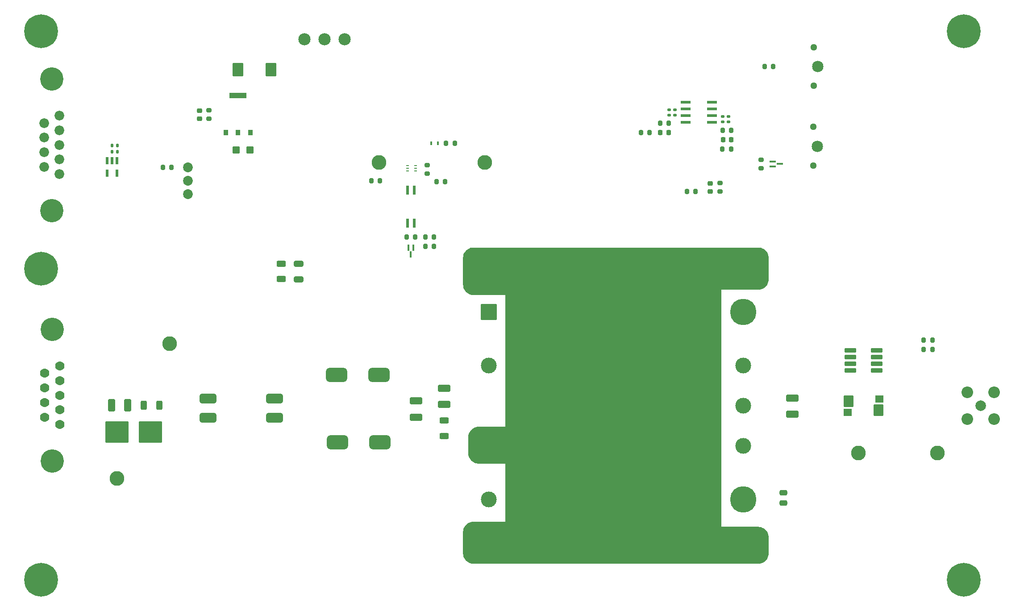
<source format=gbr>
%TF.GenerationSoftware,KiCad,Pcbnew,9.0.3*%
%TF.CreationDate,2025-09-16T13:25:35-04:00*%
%TF.ProjectId,CAEN_NEVIS_DAQ_3p3V,4341454e-5f4e-4455-9649-535f4441515f,rev?*%
%TF.SameCoordinates,Original*%
%TF.FileFunction,Soldermask,Top*%
%TF.FilePolarity,Negative*%
%FSLAX46Y46*%
G04 Gerber Fmt 4.6, Leading zero omitted, Abs format (unit mm)*
G04 Created by KiCad (PCBNEW 9.0.3) date 2025-09-16 13:25:35*
%MOMM*%
%LPD*%
G01*
G04 APERTURE LIST*
G04 Aperture macros list*
%AMRoundRect*
0 Rectangle with rounded corners*
0 $1 Rounding radius*
0 $2 $3 $4 $5 $6 $7 $8 $9 X,Y pos of 4 corners*
0 Add a 4 corners polygon primitive as box body*
4,1,4,$2,$3,$4,$5,$6,$7,$8,$9,$2,$3,0*
0 Add four circle primitives for the rounded corners*
1,1,$1+$1,$2,$3*
1,1,$1+$1,$4,$5*
1,1,$1+$1,$6,$7*
1,1,$1+$1,$8,$9*
0 Add four rect primitives between the rounded corners*
20,1,$1+$1,$2,$3,$4,$5,0*
20,1,$1+$1,$4,$5,$6,$7,0*
20,1,$1+$1,$6,$7,$8,$9,0*
20,1,$1+$1,$8,$9,$2,$3,0*%
G04 Aperture macros list end*
%ADD10R,0.444500X0.711200*%
%ADD11RoundRect,0.250000X-0.925000X0.412500X-0.925000X-0.412500X0.925000X-0.412500X0.925000X0.412500X0*%
%ADD12RoundRect,0.140000X0.140000X0.170000X-0.140000X0.170000X-0.140000X-0.170000X0.140000X-0.170000X0*%
%ADD13RoundRect,0.225000X-0.250000X0.225000X-0.250000X-0.225000X0.250000X-0.225000X0.250000X0.225000X0*%
%ADD14RoundRect,0.200000X0.200000X0.275000X-0.200000X0.275000X-0.200000X-0.275000X0.200000X-0.275000X0*%
%ADD15RoundRect,0.140000X-0.170000X0.140000X-0.170000X-0.140000X0.170000X-0.140000X0.170000X0.140000X0*%
%ADD16RoundRect,0.135000X-0.185000X0.135000X-0.185000X-0.135000X0.185000X-0.135000X0.185000X0.135000X0*%
%ADD17RoundRect,0.250000X0.475000X-0.250000X0.475000X0.250000X-0.475000X0.250000X-0.475000X-0.250000X0*%
%ADD18RoundRect,0.200000X-0.200000X-0.275000X0.200000X-0.275000X0.200000X0.275000X-0.200000X0.275000X0*%
%ADD19RoundRect,0.200000X0.275000X-0.200000X0.275000X0.200000X-0.275000X0.200000X-0.275000X-0.200000X0*%
%ADD20C,2.006600*%
%ADD21C,2.209800*%
%ADD22RoundRect,0.102000X-2.120900X-1.905000X2.120900X-1.905000X2.120900X1.905000X-2.120900X1.905000X0*%
%ADD23RoundRect,0.250000X-0.787500X-1.025000X0.787500X-1.025000X0.787500X1.025000X-0.787500X1.025000X0*%
%ADD24C,6.400000*%
%ADD25RoundRect,0.225000X-0.225000X-0.250000X0.225000X-0.250000X0.225000X0.250000X-0.225000X0.250000X0*%
%ADD26C,2.304000*%
%ADD27C,1.839000*%
%ADD28C,4.420000*%
%ADD29R,0.350800X1.161200*%
%ADD30R,0.889000X1.016000*%
%ADD31R,3.200000X1.000000*%
%ADD32C,2.800000*%
%ADD33RoundRect,0.250000X0.625000X-0.312500X0.625000X0.312500X-0.625000X0.312500X-0.625000X-0.312500X0*%
%ADD34C,1.854000*%
%ADD35R,0.558800X1.651000*%
%ADD36C,1.295400*%
%ADD37C,2.159000*%
%ADD38RoundRect,0.225000X0.225000X0.250000X-0.225000X0.250000X-0.225000X-0.250000X0.225000X-0.250000X0*%
%ADD39RoundRect,0.250000X0.450000X0.425000X-0.450000X0.425000X-0.450000X-0.425000X0.450000X-0.425000X0*%
%ADD40RoundRect,0.250000X-0.625000X0.312500X-0.625000X-0.312500X0.625000X-0.312500X0.625000X0.312500X0*%
%ADD41C,1.764000*%
%ADD42RoundRect,0.250000X0.412500X0.925000X-0.412500X0.925000X-0.412500X-0.925000X0.412500X-0.925000X0*%
%ADD43RoundRect,0.200000X-0.275000X0.200000X-0.275000X-0.200000X0.275000X-0.200000X0.275000X0.200000X0*%
%ADD44RoundRect,0.675000X-1.325000X0.675000X-1.325000X-0.675000X1.325000X-0.675000X1.325000X0.675000X0*%
%ADD45R,1.161200X0.350800*%
%ADD46R,0.558800X1.473200*%
%ADD47RoundRect,0.100500X0.986500X0.301500X-0.986500X0.301500X-0.986500X-0.301500X0.986500X-0.301500X0*%
%ADD48RoundRect,0.102000X-0.695000X-0.570000X0.695000X-0.570000X0.695000X0.570000X-0.695000X0.570000X0*%
%ADD49RoundRect,0.102000X-0.825000X-1.005000X0.825000X-1.005000X0.825000X1.005000X-0.825000X1.005000X0*%
%ADD50RoundRect,0.250000X-0.312500X-0.625000X0.312500X-0.625000X0.312500X0.625000X-0.312500X0.625000X0*%
%ADD51RoundRect,0.475000X1.125000X-0.475000X1.125000X0.475000X-1.125000X0.475000X-1.125000X-0.475000X0*%
%ADD52C,3.500000*%
%ADD53RoundRect,0.102000X-1.400000X-1.400000X1.400000X-1.400000X1.400000X1.400000X-1.400000X1.400000X0*%
%ADD54C,3.004000*%
%ADD55C,5.004000*%
%ADD56R,0.533400X0.254000*%
%ADD57RoundRect,0.250000X-0.650000X0.325000X-0.650000X-0.325000X0.650000X-0.325000X0.650000X0.325000X0*%
%ADD58R,1.981200X0.558800*%
G04 APERTURE END LIST*
D10*
%TO.C,LED1*%
X128986350Y-50235000D03*
X130243650Y-50235000D03*
%TD*%
D11*
%TO.C,C1*%
X131400000Y-96687500D03*
X131400000Y-99762500D03*
%TD*%
D12*
%TO.C,C23*%
X69400000Y-51800000D03*
X68440000Y-51800000D03*
%TD*%
D13*
%TO.C,C15*%
X181910000Y-57815000D03*
X181910000Y-59365000D03*
%TD*%
%TO.C,C16*%
X85045000Y-44013750D03*
X85045000Y-45563750D03*
%TD*%
D14*
%TO.C,R14*%
X193835000Y-35650000D03*
X192185000Y-35650000D03*
%TD*%
%TO.C,R12*%
X179115000Y-59405000D03*
X177465000Y-59405000D03*
%TD*%
D15*
%TO.C,C18*%
X185380000Y-45180000D03*
X185380000Y-46140000D03*
%TD*%
D16*
%TO.C,R21*%
X175230000Y-43870000D03*
X175230000Y-44890000D03*
%TD*%
D17*
%TO.C,C11*%
X195750000Y-118450000D03*
X195750000Y-116550000D03*
%TD*%
D18*
%TO.C,R16*%
X184235000Y-47810000D03*
X185885000Y-47810000D03*
%TD*%
D19*
%TO.C,R20*%
X191550000Y-54985000D03*
X191550000Y-53335000D03*
%TD*%
D20*
%TO.C,J3*%
X233167999Y-100035000D03*
D21*
X235707999Y-97495000D03*
X230627999Y-97495000D03*
X230627999Y-102575000D03*
X235707999Y-102575000D03*
%TD*%
D22*
%TO.C,F1*%
X69332300Y-105045000D03*
X75707700Y-105045000D03*
%TD*%
D23*
%TO.C,C14*%
X92317500Y-36243750D03*
X98542500Y-36243750D03*
%TD*%
D24*
%TO.C,H4*%
X230000000Y-133000000D03*
%TD*%
D25*
%TO.C,C19*%
X184295000Y-49590000D03*
X185845000Y-49590000D03*
%TD*%
D26*
%TO.C,J1*%
X112570000Y-30510000D03*
X108760000Y-30510000D03*
X104950000Y-30510000D03*
%TD*%
D27*
%TO.C,J4*%
X58400000Y-56090000D03*
X58400000Y-53320000D03*
X58400000Y-50550000D03*
X58400000Y-47780000D03*
X58400000Y-45010000D03*
X55560000Y-54705000D03*
X55560000Y-51935000D03*
X55560000Y-49165000D03*
X55560000Y-46395000D03*
D28*
X56980000Y-38050000D03*
X56980000Y-63050000D03*
%TD*%
D12*
%TO.C,C22*%
X69410000Y-50660000D03*
X68450000Y-50660000D03*
%TD*%
D24*
%TO.C,H3*%
X230000000Y-29000000D03*
%TD*%
D29*
%TO.C,M1*%
X125604999Y-70000000D03*
X124605001Y-70000000D03*
X125105000Y-71350000D03*
%TD*%
D30*
%TO.C,U2*%
X90008600Y-48196250D03*
X92320000Y-48196250D03*
X94631400Y-48196250D03*
D31*
X92320000Y-41203750D03*
%TD*%
D14*
%TO.C,R23*%
X170395000Y-48180000D03*
X168745000Y-48180000D03*
%TD*%
%TO.C,R25*%
X79715000Y-54820000D03*
X78065000Y-54820000D03*
%TD*%
%TO.C,R17*%
X185845000Y-51350000D03*
X184195000Y-51350000D03*
%TD*%
D32*
%TO.C,3.3V_RTN1*%
X210000000Y-109000000D03*
%TD*%
D33*
%TO.C,R2*%
X131390000Y-105737500D03*
X131390000Y-102812500D03*
%TD*%
D24*
%TO.C,H1*%
X55000000Y-29000000D03*
%TD*%
%TO.C,H2*%
X55000000Y-133000000D03*
%TD*%
D34*
%TO.C,J5*%
X82850000Y-59910000D03*
X82850000Y-57370000D03*
X82850000Y-54830000D03*
%TD*%
D35*
%TO.C,Q1*%
X125740000Y-59130800D03*
X124470000Y-59130800D03*
X124470000Y-65379200D03*
X125740000Y-65379200D03*
%TD*%
D36*
%TO.C,P1*%
X201490000Y-31990000D03*
X201490000Y-39310000D03*
D37*
X202250000Y-35660000D03*
%TD*%
D18*
%TO.C,R4*%
X127830000Y-69755000D03*
X129480000Y-69755000D03*
%TD*%
D38*
%TO.C,C21*%
X173985000Y-48180000D03*
X172435000Y-48180000D03*
%TD*%
D39*
%TO.C,C13*%
X94625000Y-51528750D03*
X91925000Y-51528750D03*
%TD*%
D40*
%TO.C,R26*%
X100500000Y-73075000D03*
X100500000Y-76000000D03*
%TD*%
D41*
%TO.C,J2*%
X58480000Y-92490000D03*
X58480000Y-95260000D03*
X58480000Y-98030000D03*
X58480000Y-100800000D03*
X58480000Y-103570000D03*
X55640000Y-93875000D03*
X55640000Y-96645000D03*
X55640000Y-99415000D03*
X55640000Y-102185000D03*
D28*
X57060000Y-85530000D03*
X57060000Y-110530000D03*
%TD*%
D32*
%TO.C,TELEM_PWR1*%
X139140000Y-53870000D03*
%TD*%
D15*
%TO.C,C20*%
X174050000Y-43900000D03*
X174050000Y-44860000D03*
%TD*%
D14*
%TO.C,R19*%
X224015000Y-87530000D03*
X222365000Y-87530000D03*
%TD*%
D36*
%TO.C,P2*%
X201450000Y-47120000D03*
X201450000Y-54440000D03*
D37*
X202210000Y-50790000D03*
%TD*%
D42*
%TO.C,C5*%
X71407500Y-99955000D03*
X68332500Y-99955000D03*
%TD*%
D14*
%TO.C,R7*%
X125940000Y-67975000D03*
X124290000Y-67975000D03*
%TD*%
D19*
%TO.C,R9*%
X128163000Y-56018000D03*
X128163000Y-54368000D03*
%TD*%
D43*
%TO.C,R11*%
X183750000Y-57755000D03*
X183750000Y-59405000D03*
%TD*%
D44*
%TO.C,L1*%
X111055000Y-94145000D03*
X119055000Y-94145000D03*
%TD*%
D32*
%TO.C,3.3V1*%
X225000000Y-109000000D03*
%TD*%
D14*
%TO.C,R22*%
X174045000Y-46440000D03*
X172395000Y-46440000D03*
%TD*%
D44*
%TO.C,L3*%
X111205000Y-106955000D03*
X119205000Y-106955000D03*
%TD*%
D32*
%TO.C,Secondary_RTN1*%
X79340000Y-88210000D03*
%TD*%
D45*
%TO.C,M3*%
X193755000Y-53660001D03*
X193755000Y-54659999D03*
X195105000Y-54160000D03*
%TD*%
D46*
%TO.C,U6*%
X69395001Y-53556200D03*
X68445000Y-53556200D03*
X67494999Y-53556200D03*
X67494999Y-55943800D03*
X69395001Y-55943800D03*
%TD*%
D47*
%TO.C,U3*%
X213437500Y-93332500D03*
X213437500Y-92062500D03*
X213437500Y-90792500D03*
X213437500Y-89522500D03*
X208497500Y-89522500D03*
X208497500Y-90792500D03*
X208497500Y-92062500D03*
X208497500Y-93332500D03*
%TD*%
D11*
%TO.C,C3*%
X197485000Y-98577500D03*
X197485000Y-101652500D03*
%TD*%
D14*
%TO.C,R5*%
X133430000Y-50235000D03*
X131780000Y-50235000D03*
%TD*%
D32*
%TO.C,Secondary_PWR1*%
X69340000Y-113850000D03*
%TD*%
D48*
%TO.C,R10*%
X207980000Y-101285000D03*
X213950000Y-98745000D03*
D49*
X208110000Y-99180000D03*
X213820000Y-100850000D03*
%TD*%
D32*
%TO.C,TELEM_RTN1*%
X119060000Y-53890000D03*
%TD*%
D18*
%TO.C,R8*%
X117585000Y-57330000D03*
X119235000Y-57330000D03*
%TD*%
D50*
%TO.C,R1*%
X74437500Y-99955000D03*
X77362500Y-99955000D03*
%TD*%
D11*
%TO.C,C2*%
X126110000Y-99120000D03*
X126110000Y-102195000D03*
%TD*%
D14*
%TO.C,R3*%
X131620000Y-57505000D03*
X129970000Y-57505000D03*
%TD*%
D51*
%TO.C,L2*%
X99230000Y-98625000D03*
X99230000Y-102325000D03*
X86630000Y-102325000D03*
X86630000Y-98625000D03*
%TD*%
D52*
%TO.C,U1*%
X139890000Y-74635000D03*
X139890000Y-125435000D03*
X188140000Y-74635000D03*
X188140000Y-125435000D03*
D53*
X139890000Y-82255000D03*
D54*
X139890000Y-92415000D03*
X139890000Y-107655000D03*
X139890000Y-117815000D03*
D55*
X188140000Y-117815000D03*
D54*
X188140000Y-107655000D03*
X188140000Y-100035000D03*
X188140000Y-92415000D03*
D55*
X188140000Y-82255000D03*
%TD*%
D19*
%TO.C,R13*%
X86805000Y-45613750D03*
X86805000Y-43963750D03*
%TD*%
D56*
%TO.C,M2*%
X126027000Y-55443000D03*
X126027000Y-54935000D03*
X126027000Y-54427000D03*
X124503000Y-54427000D03*
X124503000Y-54935000D03*
X124503000Y-55443000D03*
%TD*%
D24*
%TO.C,H5*%
X55000000Y-74000000D03*
%TD*%
D57*
%TO.C,C24*%
X103820000Y-73082500D03*
X103820000Y-76032500D03*
%TD*%
D58*
%TO.C,U4*%
X182183800Y-46285000D03*
X182183800Y-45015000D03*
X182183800Y-43745000D03*
X182183800Y-42475000D03*
X177256200Y-42475000D03*
X177256200Y-43745000D03*
X177256200Y-45015000D03*
X177256200Y-46285000D03*
%TD*%
D14*
%TO.C,R6*%
X129490000Y-67985000D03*
X127840000Y-67985000D03*
%TD*%
%TO.C,R18*%
X224015000Y-89310000D03*
X222365000Y-89310000D03*
%TD*%
D16*
%TO.C,R15*%
X184240000Y-45150000D03*
X184240000Y-46170000D03*
%TD*%
G36*
X191004418Y-70000316D02*
G01*
X191275785Y-70019724D01*
X191293297Y-70022242D01*
X191554794Y-70079127D01*
X191571770Y-70084111D01*
X191822524Y-70177638D01*
X191838617Y-70184988D01*
X192073496Y-70313241D01*
X192088380Y-70322806D01*
X192302624Y-70483188D01*
X192315994Y-70494774D01*
X192505225Y-70684005D01*
X192516811Y-70697375D01*
X192677193Y-70911619D01*
X192686758Y-70926503D01*
X192815011Y-71161382D01*
X192822361Y-71177475D01*
X192915888Y-71428229D01*
X192920872Y-71445205D01*
X192977757Y-71706702D01*
X192980275Y-71724214D01*
X192999684Y-71995581D01*
X193000000Y-72004427D01*
X193000000Y-75995572D01*
X192999684Y-76004418D01*
X192980275Y-76275785D01*
X192977757Y-76293297D01*
X192920872Y-76554794D01*
X192915888Y-76571770D01*
X192822361Y-76822524D01*
X192815011Y-76838617D01*
X192686758Y-77073496D01*
X192677193Y-77088380D01*
X192516811Y-77302624D01*
X192505225Y-77315994D01*
X192315994Y-77505225D01*
X192302624Y-77516811D01*
X192088380Y-77677193D01*
X192073496Y-77686758D01*
X191838617Y-77815011D01*
X191822524Y-77822361D01*
X191571770Y-77915888D01*
X191554794Y-77920872D01*
X191293297Y-77977757D01*
X191275785Y-77980275D01*
X191004418Y-77999684D01*
X190995572Y-78000000D01*
X184000000Y-78000000D01*
X184000000Y-123000000D01*
X190995572Y-123000000D01*
X191004418Y-123000316D01*
X191275785Y-123019724D01*
X191293297Y-123022242D01*
X191554794Y-123079127D01*
X191571770Y-123084111D01*
X191822524Y-123177638D01*
X191838617Y-123184988D01*
X192073496Y-123313241D01*
X192088380Y-123322806D01*
X192302624Y-123483188D01*
X192315994Y-123494774D01*
X192505225Y-123684005D01*
X192516811Y-123697375D01*
X192677193Y-123911619D01*
X192686758Y-123926503D01*
X192815011Y-124161382D01*
X192822361Y-124177475D01*
X192915888Y-124428229D01*
X192920872Y-124445205D01*
X192977757Y-124706702D01*
X192980275Y-124724214D01*
X192999684Y-124995581D01*
X193000000Y-125004427D01*
X193000000Y-127995572D01*
X192999684Y-128004418D01*
X192980275Y-128275785D01*
X192977757Y-128293297D01*
X192920872Y-128554794D01*
X192915888Y-128571770D01*
X192822361Y-128822524D01*
X192815011Y-128838617D01*
X192686758Y-129073496D01*
X192677193Y-129088380D01*
X192516811Y-129302624D01*
X192505225Y-129315994D01*
X192315994Y-129505225D01*
X192302624Y-129516811D01*
X192088380Y-129677193D01*
X192073496Y-129686758D01*
X191838617Y-129815011D01*
X191822524Y-129822361D01*
X191571770Y-129915888D01*
X191554794Y-129920872D01*
X191293297Y-129977757D01*
X191275785Y-129980275D01*
X191004418Y-129999684D01*
X190995572Y-130000000D01*
X137004428Y-130000000D01*
X136995582Y-129999684D01*
X136724214Y-129980275D01*
X136706702Y-129977757D01*
X136445205Y-129920872D01*
X136428229Y-129915888D01*
X136177475Y-129822361D01*
X136161382Y-129815011D01*
X135926503Y-129686758D01*
X135911619Y-129677193D01*
X135697375Y-129516811D01*
X135684005Y-129505225D01*
X135494774Y-129315994D01*
X135483188Y-129302624D01*
X135322806Y-129088380D01*
X135313241Y-129073496D01*
X135184988Y-128838617D01*
X135177638Y-128822524D01*
X135084111Y-128571770D01*
X135079127Y-128554794D01*
X135022242Y-128293297D01*
X135019724Y-128275785D01*
X135000316Y-128004418D01*
X135000000Y-127995572D01*
X135000000Y-124004427D01*
X135000316Y-123995581D01*
X135019724Y-123724214D01*
X135022242Y-123706702D01*
X135079127Y-123445205D01*
X135084111Y-123428229D01*
X135177638Y-123177475D01*
X135184988Y-123161382D01*
X135313241Y-122926503D01*
X135322806Y-122911619D01*
X135483188Y-122697375D01*
X135494774Y-122684005D01*
X135684005Y-122494774D01*
X135697375Y-122483188D01*
X135911619Y-122322806D01*
X135926503Y-122313241D01*
X136161382Y-122184988D01*
X136177475Y-122177638D01*
X136428229Y-122084111D01*
X136445205Y-122079127D01*
X136706702Y-122022242D01*
X136724214Y-122019724D01*
X136995582Y-122000316D01*
X137004428Y-122000000D01*
X143000000Y-122000000D01*
X143000000Y-111000000D01*
X138004428Y-111000000D01*
X137995582Y-110999684D01*
X137724214Y-110980275D01*
X137706702Y-110977757D01*
X137445205Y-110920872D01*
X137428229Y-110915888D01*
X137177475Y-110822361D01*
X137161382Y-110815011D01*
X136926503Y-110686758D01*
X136911619Y-110677193D01*
X136697375Y-110516811D01*
X136684005Y-110505225D01*
X136494774Y-110315994D01*
X136483188Y-110302624D01*
X136322806Y-110088380D01*
X136313241Y-110073496D01*
X136184988Y-109838617D01*
X136177638Y-109822524D01*
X136084111Y-109571770D01*
X136079127Y-109554794D01*
X136022242Y-109293297D01*
X136019724Y-109275785D01*
X136000316Y-109004418D01*
X136000000Y-108995572D01*
X136000000Y-106004427D01*
X136000316Y-105995581D01*
X136019724Y-105724214D01*
X136022242Y-105706702D01*
X136079127Y-105445205D01*
X136084111Y-105428229D01*
X136177638Y-105177475D01*
X136184988Y-105161382D01*
X136313241Y-104926503D01*
X136322806Y-104911619D01*
X136483188Y-104697375D01*
X136494774Y-104684005D01*
X136684005Y-104494774D01*
X136697375Y-104483188D01*
X136911619Y-104322806D01*
X136926503Y-104313241D01*
X137161382Y-104184988D01*
X137177475Y-104177638D01*
X137428229Y-104084111D01*
X137445205Y-104079127D01*
X137706702Y-104022242D01*
X137724214Y-104019724D01*
X137995582Y-104000316D01*
X138004428Y-104000000D01*
X143000000Y-104000000D01*
X143000000Y-79000000D01*
X137004428Y-79000000D01*
X136995582Y-78999684D01*
X136724214Y-78980275D01*
X136706702Y-78977757D01*
X136445205Y-78920872D01*
X136428229Y-78915888D01*
X136177475Y-78822361D01*
X136161382Y-78815011D01*
X135926503Y-78686758D01*
X135911619Y-78677193D01*
X135697375Y-78516811D01*
X135684005Y-78505225D01*
X135494774Y-78315994D01*
X135483188Y-78302624D01*
X135322806Y-78088380D01*
X135313241Y-78073496D01*
X135184988Y-77838617D01*
X135177638Y-77822524D01*
X135084111Y-77571770D01*
X135079127Y-77554794D01*
X135022242Y-77293297D01*
X135019724Y-77275785D01*
X135000316Y-77004418D01*
X135000000Y-76995572D01*
X135000000Y-72004427D01*
X135000316Y-71995581D01*
X135019724Y-71724214D01*
X135022242Y-71706702D01*
X135079127Y-71445205D01*
X135084111Y-71428229D01*
X135177638Y-71177475D01*
X135184988Y-71161382D01*
X135313241Y-70926503D01*
X135322806Y-70911619D01*
X135483188Y-70697375D01*
X135494774Y-70684005D01*
X135684005Y-70494774D01*
X135697375Y-70483188D01*
X135911619Y-70322806D01*
X135926503Y-70313241D01*
X136161382Y-70184988D01*
X136177475Y-70177638D01*
X136428229Y-70084111D01*
X136445205Y-70079127D01*
X136706702Y-70022242D01*
X136724214Y-70019724D01*
X136995582Y-70000316D01*
X137004428Y-70000000D01*
X190995572Y-70000000D01*
X191004418Y-70000316D01*
G37*
M02*

</source>
